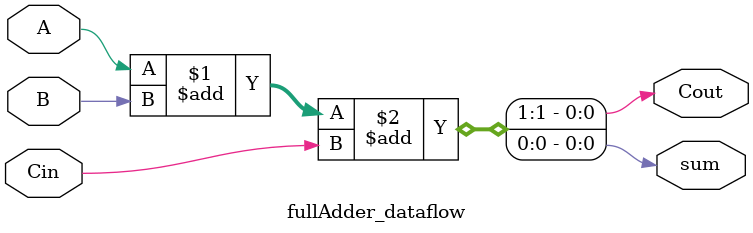
<source format=v>
module fullAdder_dataflow(A, B, Cin, Cout, sum);

input [0:0] A, B, Cin;
output [0:0] Cout, sum;

assign #80 {Cout, sum} = A + B + Cin;

endmodule
</source>
